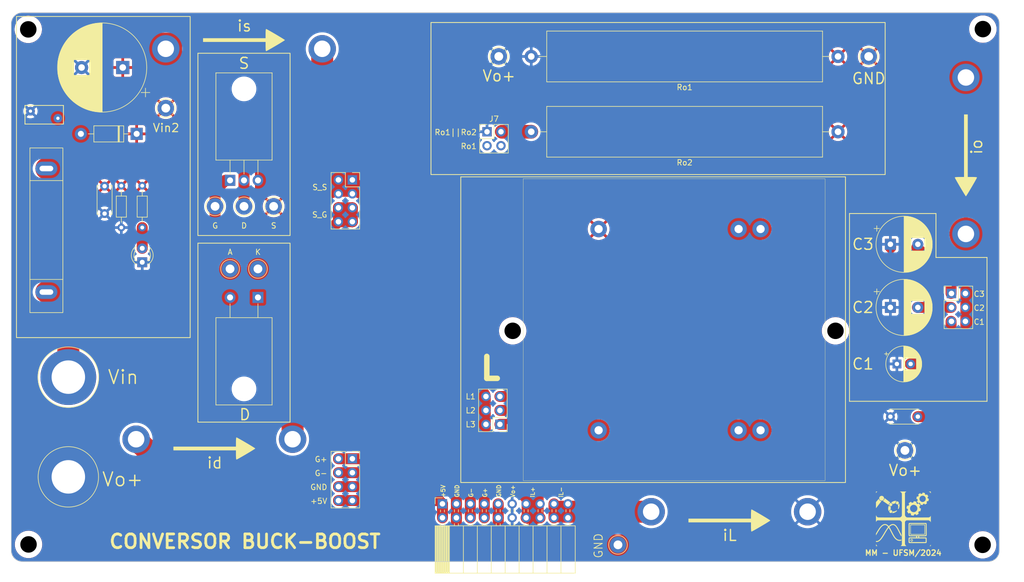
<source format=kicad_pcb>
(kicad_pcb (version 20221018) (generator pcbnew)
  (layers (0 "F.Cu" signal) (31 "B.Cu" signal) (34 "B.Paste" user) (35 "F.Paste" user) (36 "B.SilkS" user "B.Silkscreen") (37 "F.SilkS" user "F.Silkscreen") (38 "B.Mask" user) (39 "F.Mask" user) (44 "Edge.Cuts" user))
  (net 0 "")
  (net 1 "/Vin2")
  (net 2 "GND")
  (net 3 "Net-(J6-Pin_4)")
  (net 4 "Net-(J6-Pin_5)")
  (net 5 "IL-")
  (net 6 "Net-(D1-A)")
  (net 7 "Net-(D2-A)")
  (net 8 "/Vin")
  (net 9 "15V_F")
  (net 10 "G+")
  (net 11 "IL+")
  (net 12 "Net-(J6-Pin_6)")
  (net 13 "switch_gate")
  (net 14 "Net-(D3-A)")
  (net 15 "Vo+")
  (net 16 "Net-(Q1-D)")
  (net 17 "G-")
  (net 18 "switch_source")
  (net 19 "Net-(R3-Pad1)")
  (net 20 "Net-(J7-Pin_2)")
  (net 21 "Net-(J3-Pin_1)")
  (net 22 "Net-(J3-Pin_2)")
  (net 23 "Net-(J3-Pin_3)")
  (footprint "LED_THT:LED_D3.0mm" (layer "F.Cu") (at 38.862 60.475 90)
    (fp_text reference "D2" hide)
    (fp_text value "LED")
    (pad "1" thru_hole rect (at 0 0 90) (size 1.8 1.8) (drill 0.9) (layers "*.Cu" "*.Mask") (net 15 "Vo+"))
    (pad "2" thru_hole circle (at 2.54 0 90) (size 1.8 1.8) (drill 0.9) (layers "*.Cu" "*.Mask") (net 7 "Net-(D2-A)"))
  )
  (footprint "Library:Furo" (layer "F.Cu") (at 18.1 20.65)
    (fp_text reference "H1" hide)
    (fp_text value "MountingHole")
    (pad "" np_thru_hole circle (at 0 -2.6) (size 3 3) (drill 3) (layers "*.Mask") (clearance 1))
  )
  (footprint "Connector_PinHeader_2.54mm:PinHeader_2x02_P2.54mm_Vertical" (layer "F.Cu") (at 101.672 36.7)
    (fp_text reference "J7" (at 1.27 -2.33) (layer "F.SilkS"))
    (fp_text value "Conn_02x01")
    (pad "1" thru_hole rect (at 0 0) (size 1.7 1.7) (drill 1) (layers "*.Cu" "*.Mask") (net 15 "Vo+"))
    (pad "2" thru_hole oval (at 2.54 0) (size 1.7 1.7) (drill 1) (layers "*.Cu" "*.Mask") (net 20 "Net-(J7-Pin_2)"))
    (pad "3" thru_hole oval (at 0 2.54) (size 1.7 1.7) (drill 1) (layers "*.Cu" "*.Mask"))
    (pad "4" thru_hole oval (at 2.54 2.54) (size 1.7 1.7) (drill 1) (layers "*.Cu" "*.Mask"))
  )
  (footprint "Package_TO_SOT_THT:TO-220-2_Horizontal_TabDown" (layer "F.Cu") (at 59.94 66.8812 180)
    (fp_text reference "D3" hide)
    (fp_text value "D")
    (pad "" np_thru_hole oval (at 2.54 -16.66 180) (size 3.5 3.5) (drill 3.5) (layers "*.Cu" "*.Mask"))
    (pad "1" thru_hole rect (at 0 0 180) (size 2 2) (drill 1.1) (layers "*.Cu" "*.Mask") (net 18 "switch_source"))
    (pad "2" thru_hole oval (at 5.08 0 180) (size 2 2) (drill 1.1) (layers "*.Cu" "*.Mask") (net 14 "Net-(D3-A)"))
  )
  (footprint "TestPoint:TestPoint_Loop_D2.60mm_Drill1.6mm_Beaded" (layer "F.Cu") (at 52.132 50.292)
    (fp_text reference "TP5" hide)
    (fp_text value "TestPoint")
    (pad "1" thru_hole circle (at 0 0) (size 3 3) (drill 1.6) (layers "*.Cu" "*.Mask") (net 13 "switch_gate"))
  )
  (footprint "Capacitor_THT:CP_Radial_D6.3mm_P2.50mm" (layer "F.Cu") (at 176.335298 79)
    (fp_text reference "C5" hide)
    (fp_text value "33u")
    (pad "1" thru_hole rect (at 0 0) (size 1.6 1.6) (drill 0.8) (layers "*.Cu" "*.Mask") (net 15 "Vo+"))
    (pad "2" thru_hole circle (at 2.5 0) (size 1.6 1.6) (drill 0.8) (layers "*.Cu" "*.Mask") (net 12 "Net-(J6-Pin_6)"))
  )
  (footprint "LOGO" (layer "F.Cu") (at 57.45695 20)
    (fp_text reference "G***" hide)
    (fp_text value "LOGO" hide)
  )
  (footprint "Connector_PinHeader_2.54mm:PinHeader_2x03_P2.54mm_Vertical" (layer "F.Cu") (at 186.275 66.16)
    (fp_text reference "J6" hide)
    (fp_text value "Conn_02x03_Counter_Clockwise")
    (pad "1" thru_hole oval (at 2.54 5.08) (size 1.7 1.7) (drill 1) (layers "*.Cu" "*.Mask") (net 2 "GND"))
    (pad "2" thru_hole oval (at 2.54 2.54) (size 1.7 1.7) (drill 1) (layers "*.Cu" "*.Mask") (net 2 "GND"))
    (pad "3" thru_hole oval (at 2.54 0) (size 1.7 1.7) (drill 1) (layers "*.Cu" "*.Mask") (net 2 "GND"))
    (pad "4" thru_hole rect (at 0 0) (size 1.7 1.7) (drill 1) (layers "*.Cu" "*.Mask") (net 3 "Net-(J6-Pin_4)"))
    (pad "5" thru_hole oval (at 0 2.54) (size 1.7 1.7) (drill 1) (layers "*.Cu" "*.Mask") (net 4 "Net-(J6-Pin_5)"))
    (pad "6" thru_hole oval (at 0 5.08) (size 1.7 1.7) (drill 1) (layers "*.Cu" "*.Mask") (net 12 "Net-(J6-Pin_6)"))
  )
  (footprint "TestPoint:TestPoint_Loop_D2.60mm_Drill1.6mm_Beaded" (layer "F.Cu") (at 62.8 50.292)
    (fp_text reference "TP7" hide)
    (fp_text value "TestPoint")
    (pad "1" thru_hole circle (at 0 0) (size 3 3) (drill 1.6) (layers "*.Cu" "*.Mask") (net 18 "switch_source"))
  )
  (footprint "Capacitor_THT:CP_Radial_D10.0mm_P5.00mm" (layer "F.Cu") (at 175.15 57.2)
    (fp_text reference "C3" hide)
    (fp_text value "330u")
    (pad "1" thru_hole rect (at 0 0) (size 2 2) (drill 1) (layers "*.Cu" "*.Mask") (net 15 "Vo+"))
    (pad "2" thru_hole circle (at 5 0) (size 2 2) (drill 1) (layers "*.Cu" "*.Mask") (net 3 "Net-(J6-Pin_4)"))
  )
  (footprint "TestPoint:TestPoint_Loop_D2.60mm_Drill1.6mm_Beaded" (layer "F.Cu") (at 171.2 22.987)
    (fp_text reference "TP13" hide)
    (fp_text value "TestPoint")
    (pad "1" thru_hole circle (at 0 0) (size 3 3) (drill 1.6) (layers "*.Cu" "*.Mask") (net 19 "Net-(R3-Pad1)"))
  )
  (footprint "TestPoint:TestPoint_Loop_D2.60mm_Drill1.6mm_Beaded" (layer "F.Cu") (at 57.4 50.292)
    (fp_text reference "TP4" hide)
    (fp_text value "TestPoint")
    (pad "1" thru_hole circle (at 0 0) (size 3 3) (drill 1.6) (layers "*.Cu" "*.Mask") (net 16 "Net-(Q1-D)"))
  )
  (footprint "LOGO" (layer "F.Cu") (at 177.517677 107.2)
    (fp_text reference "G***" hide)
    (fp_text value "LOGO" hide)
  )
  (footprint "LOGO" (layer "F.Cu") (at 145.87895 107.518)
    (fp_text reference "G***" hide)
    (fp_text value "LOGO" hide)
  )
  (footprint "Connector:Banana_Jack_1Pin" (layer "F.Cu") (at 25.4 99.568)
    (fp_text reference "J2" hide)
    (fp_text value "Conn_01x01_Pin")
    (pad "1" thru_hole circle (at 0 0) (size 10.16 10.16) (drill 6.1) (layers "*.Cu" "*.Mask") (net 15 "Vo+"))
  )
  (footprint "Resistor_THT:R_Axial_Power_L50.0mm_W9.0mm_P55.88mm" (layer "F.Cu") (at 165.608 36.703 180)
    (fp_text reference "Ro2" (at 27.94 -5.62 180) (layer "F.SilkS"))
    (fp_text value "100")
    (pad "1" thru_hole circle (at 0 0 180) (size 2.4 2.4) (drill 1.2) (layers "*.Cu" "*.Mask") (net 19 "Net-(R3-Pad1)"))
    (pad "2" thru_hole oval (at 55.88 0 180) (size 2.4 2.4) (drill 1.2) (layers "*.Cu" "*.Mask") (net 20 "Net-(J7-Pin_2)"))
  )
  (footprint "TestPoint:TestPoint_Loop_D2.60mm_Drill1.6mm_Beaded" (layer "F.Cu") (at 177.8 94.75)
    (fp_text reference "TP2" hide)
    (fp_text value "TestPoint")
    (pad "1" thru_hole circle (at 0 0) (size 3 3) (drill 1.6) (layers "*.Cu" "*.Mask") (net 15 "Vo+"))
  )
  (footprint "Resistor_THT:R_Axial_DIN0204_L3.6mm_D1.6mm_P7.62mm_Horizontal" (layer "F.Cu") (at 35.052 46.531 -90)
    (fp_text reference "R2" hide)
    (fp_text value "10k")
    (pad "1" thru_hole circle (at 0 0 270) (size 1.4 1.4) (drill 0.7) (layers "*.Cu" "*.Mask") (net 1 "/Vin2"))
    (pad "2" thru_hole oval (at 7.62 0 270) (size 1.4 1.4) (drill 0.7) (layers "*.Cu" "*.Mask") (net 15 "Vo+"))
  )
  (footprint "Connector_PinHeader_2.54mm:PinHeader_2x03_P2.54mm_Vertical" (layer "F.Cu") (at 104.015 90 180)
    (fp_text reference "J3" hide)
    (fp_text value "Conn_02x03_Counter_Clockwise")
    (pad "1" thru_hole rect (at 0 0 180) (size 1.7 1.7) (drill 1) (layers "*.Cu" "*.Mask") (net 21 "Net-(J3-Pin_1)"))
    (pad "2" thru_hole oval (at 0 2.54 180) (size 1.7 1.7) (drill 1) (layers "*.Cu" "*.Mask") (net 22 "Net-(J3-Pin_2)"))
    (pad "3" thru_hole oval (at 0 5.08 180) (size 1.7 1.7) (drill 1) (layers "*.Cu" "*.Mask") (net 23 "Net-(J3-Pin_3)"))
    (pad "4" thru_hole oval (at 2.54 5.08 180) (size 1.7 1.7) (drill 1) (layers "*.Cu" "*.Mask") (net 11 "IL+"))
    (pad "5" thru_hole oval (at 2.54 2.54 180) (size 1.7 1.7) (drill 1) (layers "*.Cu" "*.Mask") (net 11 "IL+"))
    (pad "6" thru_hole oval (at 2.54 0 180) (size 1.7 1.7) (drill 1) (layers "*.Cu" "*.Mask") (net 11 "IL+"))
  )
  (footprint "Diode_THT:D_DO-41_SOD81_P10.16mm_Horizontal" (layer "F.Cu") (at 37.846 37.084 180)
    (fp_text reference "D1" hide)
    (fp_text value "1N4007")
    (pad "1" thru_hole rect (at 0 0 180) (size 2.2 2.2) (drill 1.1) (layers "*.Cu" "*.Mask") (net 1 "/Vin2"))
    (pad "2" thru_hole oval (at 10.16 0 180) (size 2.2 2.2) (drill 1.1) (layers "*.Cu" "*.Mask") (net 6 "Net-(D1-A)"))
  )
  (footprint "Library:Testpoint_current" (layer "F.Cu") (at 145.822 105.918)
    (fp_text reference "TP6" hide)
    (fp_text value "TestPoint_2Pole")
    (pad "1" thru_hole circle (at -14.25 0) (size 5 5) (drill 3) (layers "*.Cu" "*.Mask") (net 5 "IL-"))
    (pad "2" thru_hole circle (at 14.25 0) (size 5 5) (drill 3) (layers "*.Cu" "*.Mask") (net 15 "Vo+"))
  )
  (footprint "TestPoint:TestPoint_Loop_D2.60mm_Drill1.6mm_Beaded" (layer "F.Cu") (at 125.525 111.95)
    (fp_text reference "TP11" hide)
    (fp_text value "TestPoint")
    (pad "1" thru_hole circle (at 0 0) (size 3 3) (drill 1.6) (layers "*.Cu" "*.Mask") (net 2 "GND"))
  )
  (footprint "Library:Testpoint_current" (layer "F.Cu") (at 52 92.71)
    (fp_text reference "TP10" hide)
    (fp_text value "TestPoint_2Pole")
    (pad "1" thru_hole circle (at -14.25 0) (size 5 5) (drill 3) (layers "*.Cu" "*.Mask") (net 2 "GND"))
    (pad "2" thru_hole circle (at 14.25 0) (size 5 5) (drill 3) (layers "*.Cu" "*.Mask") (net 14 "Net-(D3-A)"))
  )
  (footprint "LOGO" (layer "F.Cu") (at 188.9052 41.0632 -90)
    (fp_text reference "G***" hide)
    (fp_text value "LOGO" hide)
  )
  (footprint "Capacitor_THT:C_Disc_D5.0mm_W2.5mm_P5.00mm" (layer "F.Cu") (at 180.15 88.6 180)
    (fp_text reference "C6" hide)
    (fp_text value "100n")
    (pad "1" thru_hole circle (at 0 0 180) (size 1.6 1.6) (drill 0.8) (layers "*.Cu" "*.Mask") (net 2 "GND"))
    (pad "2" thru_hole circle (at 5 0 180) (size 1.6 1.6) (drill 0.8) (layers "*.Cu" "*.Mask") (net 15 "Vo+"))
  )
  (footprint "Connector_PinSocket_2.54mm:PinSocket_2x10_P2.54mm_Horizontal" (layer "F.Cu") (at 93.55 104.484 90)
    (fp_text reference "J5" hide)
    (fp_text value "Conn_02x10_Odd_Even")
    (pad "1" thru_hole rect (at 0 0 90) (size 1.7 1.7) (drill 1) (layers "*.Cu" "*.Mask") (net 9 "15V_F"))
    (pad "2" thru_hole oval (at -2.54 0 90) (size 1.7 1.7) (drill 1) (layers "*.Cu" "*.Mask") (net 9 "15V_F"))
    (pad "3" thru_hole oval (at 0 2.54 90) (size 1.7 1.7) (drill 1) (layers "*.Cu" "*.Mask") (net 2 "GND"))
    (pad "4" thru_hole oval (at -2.54 2.54 90) (size 1.7 1.7) (drill 1) (layers "*.Cu" "*.Mask") (net 2 "GND"))
    (pad "5" thru_hole oval (at 0 5.08 90) (size 1.7 1.7) (drill 1) (layers "*.Cu" "*.Mask") (net 17 "G-"))
    (pad "6" thru_hole oval (at -2.54 5.08 90) (size 1.7 1.7) (drill 1) (layers "*.Cu" "*.Mask") (net 17 "G-"))
    (pad "7" thru_hole oval (at 0 7.62 90) (size 1.7 1.7) (drill 1) (layers "*.Cu" "*.Mask") (net 10 "G+"))
    (pad "8" thru_hole oval (at -2.54 7.62 90) (size 1.7 1.7) (drill 1) (layers "*.Cu" "*.Mask") (net 10 "G+"))
    (pad "9" thru_hole oval (at 0 10.16 90) (size 1.7 1.7) (drill 1) (layers "*.Cu" "*.Mask") (net 2 "GND"))
    (pad "10" thru_hole oval (at -2.54 10.16 90) (size 1.7 1.7) (drill 1) (layers "*.Cu" "*.Mask") (net 2 "GND"))
    (pad "11" thru_hole oval (at 0 12.7 90) (size 1.7 1.7) (drill 1) (layers "*.Cu" "*.Mask") (net 15 "Vo+"))
    (pad "12" thru_hole oval (at -2.54 12.7 90) (size 1.7 1.7) (drill 1) (layers "*.Cu" "*.Mask") (net 15 "Vo+"))
    (pad "13" thru_hole oval (at 0 15.24 90) (size 1.7 1.7) (drill 1) (layers "*.Cu" "*.Mask") (net 11 "IL+"))
    (pad "14" thru_hole oval (at -2.54 15.24 90) (size 1.7 1.7) (drill 1) (layers "*.Cu" "*.Mask") (net 11 "IL+"))
    (pad "15" thru_hole oval (at 0 17.78 90) (size 1.7 1.7) (drill 1) (layers "*.Cu" "*.Mask") (net 11 "IL+"))
    (pad "16" thru_hole oval (at -2.54 17.78 90) (size 1.7 1.7) (drill 1) (layers "*.Cu" "*.Mask") (net 11 "IL+"))
    (pad "17" thru_hole oval (at 0 20.32 90) (size 1.7 1.7) (drill 1) (layers "*.Cu" "*.Mask") (net 5 "IL-"))
    (pad "18" thru_hole oval (at -2.54 20.32 90) (size 1.7 1.7) (drill 1) (layers "*.Cu" "*.Mask") (net 5 "IL-"))
    (pad "19" thru_hole oval (at 0 22.86 90) (size 1.7 1.7) (drill 1) (layers "*.Cu" "*.Mask") (net 5 "IL-"))
    (pad "20" thru_hole oval (at -2.54 22.86 90) (size 1.7 1.7) (drill 1) (layers "*.Cu" "*.Mask") (net 5 "IL-"))
  )
  (footprint "Library:Fuse" (layer "F.Cu") (at 21.4 68.9)
    (fp_text reference "F1" hide)
    (fp_text value "Fuse")
    (pad "1" thru_hole oval (at 0 -3) (size 4 2.5) (drill oval 2.5 1) (layers "*.Cu" "*.Mask") (net 8 "/Vin"))
    (pad "2" thru_hole oval (at 0 -25.5) (size 4 2.5) (drill oval 2.5 1) (layers "*.Cu" "*.Mask") (net 6 "Net-(D1-A)"))
  )
  (footprint "Library:Furo" (layer "F.Cu") (at 18.15 114.475)
    (fp_text reference "H2" hide)
    (fp_text value "MountingHole")
    (pad "" np_thru_hole circle (at 0 -2.6) (size 3 3) (drill 3) (layers "*.Mask") (clearance 1))
  )
  (footprint "Library:Furo" (layer "F.Cu") (at 191.95 114.55)
    (fp_text reference "H4" hide)
    (fp_text value "MountingHole")
    (pad "" np_thru_hole circle (at 0 -2.6) (size 3 3) (drill 3) (layers "*.Mask") (clearance 1))
  )
  (footprint "Library:Testpoint_current" (layer "F.Cu") (at 188.9052 41.0632 90)
    (fp_text reference "TP12" hide)
    (fp_text value "TestPoint_2Pole")
    (pad "1" thru_hole circle (at -14.25 0 90) (size 5 5) (drill 3) (layers "*.Cu" "*.Mask") (net 2 "GND"))
    (pad "2" thru_hole circle (at 14.25 0 90) (size 5 5) (drill 3) (layers "*.Cu" "*.Mask") (net 19 "Net-(R3-Pad1)"))
  )
  (footprint "TestPoint:TestPoint_Loop_D2.60mm_Drill1.6mm_Beaded" (layer "F.Cu") (at 59.94 61.684)
    (fp_text reference "TP8" hide)
    (fp_text value "TestPoint")
    (pad "1" thru_hole circle (at 0 0) (size 3 3) (drill 1.6) (layers "*.Cu" "*.Mask") (net 18 "switch_source"))
  )
  (footprint "Library:Inductor_buckboost" (layer "F.Cu") (at 135.75 72.75 -90)
    (fp_text reference "L" hide)
    (fp_text value "L")
    (pad "1" thru_hole circle (at -18.33 13.75 270) (size 3 3) (drill 1.5) (layers "*.Cu" "*.Mask") (net 18 "switch_source"))
    (pad "2" thru_hole circle (at -18.33 -15.75 270) (size 3 3) (drill 1.5) (layers "*.Cu" "*.Mask") (net 23 "Net-(J3-Pin_3)"))
    (pad "2" thru_hole circle (at -18.33 -11.75 270) (size 3 3) (drill 1.5) (layers "*.Cu" "*.Mask") (net 23 "Net-(J3-Pin_3)"))
    (pad "3" thru_hole circle (at 18.33 -15.75 270) (size 3 3) (drill 1.5) (layers "*.Cu" "*.Mask") (net 22 "Net-(J3-Pin_2)"))
    (pad "3" thru_hole circle (at 18.33 -11.75 270) (size 3 3) (drill 1.5) (layers "*.Cu" "*.Mask") (net 22 "Net-(J3-Pin_2)"))
    (pad "4" thru_hole circle (at 18.33 13.75 270) (size 3 3) (drill 1.5) (layers "*.Cu" "*.Mask") (net 21 "Net-(J3-Pin_1)"))
  )
  (footprint "Varistor:RV_Disc_D7mm_W3.4mm_P5mm" (layer "F.Cu") (at 23.5 34.25 180)
    (fp_text reference "RV1" hide)
    (fp_text value "Varistor")
    (pad "1" thru_hole circle (at 0 0 180) (size 1.6 1.6) (drill 0.6) (layers "*.Cu" "*.Mask") (net 6 "Net-(D1-A)"))
    (pad "2" thru_hole circle (at 5 1.3 180) (size 1.6 1.6) (drill 0.6) (layers "*.Cu" "*.Mask") (net 15 "Vo+"))
  )
  (footprint "Connector:Banana_Jack_1Pin" (layer "F.Cu") (at 25.4 81.4)
    (fp_text reference "J1" hide)
    (fp_text value "Conn_01x01_Pin")
    (pad "1" thru_hole circle (at 0 0) (size 10.16 10.16) (drill 6.1) (layers "*.Cu" "*.Mask") (net 8 "/Vin"))
  )
  (footprint "TestPoint:TestPoint_Loop_D2.60mm_Drill1.6mm_Beaded" (layer "F.Cu") (at 103.812 22.984)
    (fp_text reference "TP14" hide)
    (fp_text value "TestPoint")
    (pad "1" thru_hole circle (at 0 0) (size 3 3) (drill 1.6) (layers "*.Cu" "*.Mask") (net 15 "Vo+"))
  )
  (footprint "Package_TO_SOT_THT:TO-220-3_Horizontal_TabDown" (layer "F.Cu") (at 54.86 45.552)
    (fp_text reference "Q1" hide)
    (fp_text value "IRF540N")
    (pad "" np_thru_hole oval (at 2.54 -16.66) (size 3.5 3.5) (drill 3.5) (layers "*.Cu" "*.Mask"))
    (pad "1" thru_hole rect (at 0 0) (size 1.905 2) (drill 1.1) (layers "*.Cu" "*.Mask") (net 13 "switch_gate"))
    (pad "2" thru_hole oval (at 2.54 0) (size 1.905 2) (drill 1.1) (layers "*.Cu" "*.Mask") (net 16 "Net-(Q1-D)"))
    (pad "3" thru_hole oval (at 5.08 0) (size 1.905 2) (drill 1.1) (layers "*.Cu" "*.Mask") (net 18 "switch_source"))
  )
  (footprint "Capacitor_THT:CP_Radial_D16.0mm_P7.50mm" (layer "F.Cu") (at 35.312755 25 180)
    (fp_text reference "C1" hide)
    (fp_text value "470u")
    (pad "1" thru_hole rect (at 0 0 180) (size 2.4 2.4) (drill 1.2) (layers "*.Cu" "*.Mask") (net 1 "/Vin2"))
    (pad "2" thru_hole circle (at 7.5 0 180) (size 2.4 2.4) (drill 1.2) (layers "*.Cu" "*.Mask") (net 15 "Vo+"))
  )
  (footprint "Library:Testpoint_current" (layer "F.Cu") (at 57.4 21.59)
    (fp_text reference "TP3" hide)
    (fp_text value "TestPoint_2Pole")
    (pad "1" thru_hole circle (at -14.25 0) (size 5 5) (drill 3) (layers "*.Cu" "*.Mask") (net 1 "/Vin2"))
    (pad "2" thru_hole circle (at 14.25 0) (size 5 5) (drill 3) (layers "*.Cu" "*.Mask") (net 16 "Net-(Q1-D)"))
  )
  (footprint "Capacitor_THT:C_Disc_D5.0mm_W2.5mm_P5.00mm" (layer "F.Cu") (at 32.004 46.611 -90)
    (fp_text reference "C2" hide)
    (fp_text value "100n")
    (pad "1" thru_hole circle (at 0 0 270) (size 1.6 1.6) (drill 0.8) (layers "*.Cu" "*.Mask") (net 1 "/Vin2"))
    (pad "2" thru_hole circle (at 5 0 270) (size 1.6 1.6) (drill 0.8) (layers "*.Cu" "*.Mask") (net 15 "Vo+"))
  )
  (footprint "Resistor_THT:R_Axial_Power_L50.0mm_W9.0mm_P55.88mm" (layer "F.Cu") (at 165.608 22.987 180)
    (fp_text reference "Ro1" (at 27.94 -5.62 180) (layer "F.SilkS"))
    (fp_text value "100")
    (pad "1" thru_hole circle (at 0 0 180) (size 2.4 2.4) (drill 1.2) (layers "*.Cu" "*.Mask") (net 19 "Net-(R3-Pad1)"))
    (pad "2" thru_hole oval (at 55.88 0 180) (size 2.4 2.4) (drill 1.2) (layers "*.Cu" "*.Mask") (net 15 "Vo+"))
  )
  (footprint "LOGO" (layer "F.Cu") (at 52.05695 94.4)
    (fp_text reference "G***" hide)
    (fp_text value "LOGO" hide)
  )
  (footprint "Resistor_THT:R_Axial_DIN0204_L3.6mm_D1.6mm_P7.62mm_Horizontal" (layer "F.Cu") (at 38.862 46.531 -90)
    (fp_text reference "R1" hide)
    (fp_text value "1.5k")
    (pad "1" thru_hole circle (at 0 0 270) (size 1.4 1.4) (drill 0.7) (layers "*.Cu" "*.Mask") (net 1 "/Vin2"))
    (pad "2" thru_hole oval (at 7.62 0 270) (size 1.4 1.4) (drill 0.7) (layers "*.Cu" "*.Mask") (net 7 "Net-(D2-A)"))
  )
  (footprint "TestPoint:TestPoint_Loop_D2.60mm_Drill1.6mm_Beaded" (layer "F.Cu") (at 43.15 32.4)
    (fp_text reference "Vin2" (at 0.05 3.6) (layer "F.SilkS") (effects (font (size 1.5 1.5) (thickness 0.2))))
    (fp_text value "TestPoint")
    (pad "1" thru_hole circle (at 0 0) (size 3 3) (drill 1.6) (layers "*.Cu" "*.Mask") (net 1 "/Vin2"))
  )
  (footprint "Library:Furo" (layer "F.Cu") (at 165.15 75.565)
    (fp_text reference "H6" hide)
    (fp_text value "MountingHole")
    (pad "" np_thru_hole circle (at 0 -2.6) (size 3 3) (drill 3) (layers "*.Mask") (clearance 1))
  )
  (footprint "Library:Furo" (layer "F.Cu") (at 106.35 75.565)
    (fp_text reference "H5" hide)
    (fp_text value "MountingHole")
    (pad "" np_thru_hole circle (at 0 -2.6) (size 3 3) (drill 3) (layers "*.Mask") (clearance 1))
  )
  (footprint "Library:GateDriver" (layer "F.Cu") (at 77.14 96.266)
    (fp_text reference "J4" hide)
    (fp_text value "Conn_gatedriver")
    (pad "1" thru_hole oval (at -2.54 -50.8) (size 1.7 1.7) (drill 1) (layers "*.Cu" "*.Mask") (net 18 "switch_source"))
    (pad "1" thru_hole rect (at 0 -50.8) (size 1.7 1.7) (drill 1) (layers "*.Cu" "*.Mask") (net 18 "switch_source"))
    (pad "2" thru_hole oval (at -2.54 -48.26) (size 1.7 1.7) (drill 1) (layers "*.Cu" "*.Mask") (net 18 "switch_source"))
    (pad "2" thru_hole oval (at 0 -48.26) (size 1.7 1.7) (drill 1) (layers "*.Cu" "*.Mask") (net 18 "switch_source"))
    (pad "3" thru_hole oval (at -2.54 -45.72) (size 1.7 1.7) (drill 1) (layers "*.Cu" "*.Mask") (net 13 "switch_gate"))
    (pad "3" thru_hole oval (at 0 -45.72) (size 1.7 1.7) (drill 1) (layers "*.Cu" "*.Mask") (net 13 "switch_gate"))
    (pad "4" thru_hole oval (at -2.54 -43.18) (size 1.7 1.7) (drill 1) (layers "*.Cu" "*.Mask") (net 13 "switch_gate"))
    (pad "4" thru_hole oval (at 0 -43.18) (size 1.7 1.7) (drill 1) (layers "*.Cu" "*.Mask") (net 13 "switch_gate"))
    (pad "5" thru_hole oval (at -2.54 0) (size 1.7 1.7) (drill 1) (layers "*.Cu" "*.Mask") (net 10 "G+"))
    (pad "5" thru_hole rect (at 0 0) (size 1.7 1.7) (drill 1) (layers "*.Cu" "*.Mask") (net 10 "G+"))
    (pad "6" thru_hole oval (at -2.54 2.54) (size 1.7 1.7) (drill 1) (layers "*.Cu" "*.Mask") (net 17 "G-"))
    (pad "6" thru_hole oval (at 0 2.54) (size 1.7 1.7) (drill 1) (layers "*.Cu" "*.Mask") (net 17 "G-"))
    (pad "7" thru_hole oval (at -2.54 5.08) (size 1.7 1.7) (drill 1) (layers "*.Cu" "*.Mask") (net 2 "GND"))
    (pad "7" thru_hole oval (at 0 5.08) (size 1.7 1.7) (drill 1) (layers "*.Cu" "*.Mask") (net 2 "GND"))
    (pad "8" thru_hole oval (at -2.54 7.62) (size 1.7 1.7) (drill 1) (layers "*.Cu" "*.Mask") (net 9 "15V_F"))
    (pad "8" thru_hole oval (at 0 7.62) (size 1.7 1.7) (drill 1) (layers "*.Cu" "*.Mask") (net 9 "15V_F"))
  )
  (footprint "TestPoint:TestPoint_Loop_D2.60mm_Drill1.6mm_Beaded" (layer "F.Cu") (at 54.86 61.684)
    (fp_text reference "TP9" hide)
    (fp_text value "TestPoint")
    (pad "1" thru_hole circle (at 0 0) (size 3 3) (drill 1.6) (layers "*.Cu" "*.Mask") (net 14 "Net-(D3-A)"))
  )
  (footprint "Capacitor_THT:CP_Radial_D10.0mm_P5.00mm" (layer "F.Cu") (at 175.15 68.7)
    (fp_text reference "C4" hide)
    (fp_text value "100u")
    (pad "1" thru_hole rect (at 0 0) (size 2 2) (drill 1) (layers "*.Cu" "*.Mask") (net 15 "Vo+"))
    (pad "2" thru_hole circle (at 5 0) (size 2 2) (drill 1) (layers "*.Cu" "*.Mask") (net 4 "Net-(J6-Pin_5)"))
  )
  (footprint "Library:Furo" (layer "F.Cu") (at 192 20.6)
    (fp_text reference "H3" hide)
    (fp_text value "MountingHole")
    (pad "" np_thru_hole circle (at 0 -2.6) (size 3 3) (drill 3) (layers "*.Mask") (clearance 1))
  )
  (gr_rect (start 91.46 16.8) (end 174.2 44.5) (stroke (width 0.15)) (fill none) (layer "F.SilkS"))
  (gr_rect (start 49 22.4) (end 65.8 55.6) (stroke (width 0.15)) (fill none) (layer "F.SilkS"))
  (gr_line (start 183.45 59.6) (end 192.75 59.6) (stroke (width 0.15)) (layer "F.SilkS"))
  (gr_line (start 192.75 85.8) (end 167.7 85.8) (stroke (width 0.15)) (layer "F.SilkS"))
  (gr_rect (start 49 57) (end 65.8 89.6) (stroke (width 0.15)) (fill none) (layer "F.SilkS"))
  (gr_line (start 167.7 51.6) (end 167.7 85.8) (stroke (width 0.15)) (layer "F.SilkS"))
  (gr_line (start 167.7 51.6) (end 183.45 51.6) (stroke (width 0.15)) (layer "F.SilkS"))
  (gr_rect (start 15.95 15.7) (end 47.6 74.2) (stroke (width 0.15)) (fill none) (layer "F.SilkS"))
  (gr_rect (start 96.888578 44.913577) (end 166.964834 100.6) (stroke (width 0.15)) (fill none) (layer "F.SilkS"))
  (gr_line (start 183.45 51.6) (end 183.45 59.6) (stroke (width 0.15)) (layer "F.SilkS"))
  (gr_line (start 192.75 85.8) (end 192.75 59.6) (stroke (width 0.15)) (layer "F.SilkS"))
  (gr_arc (start 15 17) (mid 15.585786 15.585786) (end 17 15) (stroke (width 0.1)) (layer "Edge.Cuts"))
  (gr_arc (start 17 115) (mid 15.585786 114.414214) (end 15 113) (stroke (width 0.1)) (layer "Edge.Cuts"))
  (gr_arc (start 193 15) (mid 194.414214 15.585786) (end 195 17) (stroke (width 0.1)) (layer "Edge.Cuts"))
  (gr_line (start 193 15) (end 17 15) (stroke (width 0.1)) (layer "Edge.Cuts"))
  (gr_line (start 195 113) (end 195 17) (stroke (width 0.1)) (layer "Edge.Cuts"))
  (gr_arc (start 195 113) (mid 194.414214 114.414214) (end 193 115) (stroke (width 0.1)) (layer "Edge.Cuts"))
  (gr_line (start 17 115) (end 193 115) (stroke (width 0.1)) (layer "Edge.Cuts"))
  (gr_line (start 15 17) (end 15 113) (stroke (width 0.1)) (layer "Edge.Cuts"))
  (gr_text "GND" (at 96.6525 103.4 90) (layer "F.SilkS") (effects (font (size 0.75 0.75)) (justify left bottom)))
  (gr_text "L3" (at 97.7 90.6) (layer "F.SilkS") (effects (font (size 1 1)) (justify left bottom)))
  (gr_text "C2" (at 170.15 68.7) (layer "F.SilkS") (effects (font (size 2 2) (thickness 0.25))))
  (gr_text "L" (at 102.3 79.825) (layer "F.SilkS") (effects (font (size 4 4) (thickness 1) bold)))
  (gr_text "L2" (at 97.7 88.06) (layer "F.SilkS") (effects (font (size 1 1)) (justify left bottom)))
  (gr_text "S_G" (at 69.735714 52.4) (layer "F.SilkS") (effects (font (size 1 1)) (justify left bottom)))
  (gr_text "is" (at 56.001786 18.6) (layer "F.SilkS") (effects (font (size 2 2) (thickness 0.25)) (justify left bottom)))
  (gr_text "C2" (at 190.25 69.3875) (layer "F.SilkS") (effects (font (size 1 1)) (justify left bottom)))
  (gr_text "CONVERSOR BUCK-BOOST" (at 32.6 112.8) (layer "F.SilkS") (effects (font (size 2.5 2.5) (thickness 0.5) bold) (justify left bottom)))
  (gr_text "io" (at 192.04 41 90) (layer "F.SilkS") (effects (font (size 2 2) (thickness 0.25)) (justify left bottom)))
  (gr_text "C3" (at 170.15 57.2) (layer "F.SilkS") (effects (font (size 2 2) (thickness 0.25))))
  (gr_text "G-" (at 70.211905 99.4935) (layer "F.SilkS") (effects (font (size 1 1)) (justify left bottom)))
  (gr_text "D" (at 56.8125 54.4) (layer "F.SilkS") (effects (font (size 1 1)) (justify left bottom)))
  (gr_text "C1" (at 170.15 79) (layer "F.SilkS") (effects (font (size 2 2) (thickness 0.25))))
  (gr_text "GND" (at 104.2725 103.4 90) (layer "F.SilkS") (effects (font (size 0.75 0.75)) (justify left bottom)))
  (gr_text "S" (at 62.23631 54.4) (layer "F.SilkS") (effects (font (size 1 1)) (justify left bottom)))
  (gr_text "C3" (at 190.25 66.8475) (layer "F.SilkS") (effects (font (size 1 1)) (justify left bottom)))
  (gr_text "MM - UFSM/2024" (at 170.415296 114) (layer "F.SilkS") (effects (font (size 1 1) (thickness 0.2) bold) (justify left bottom)))
  (gr_text "iL" (at 144.423786 111.4) (layer "F.SilkS") (effects (font (size 2 2) (thickness 0.25)) (justify left bottom)))
  (gr_text "Vo+" (at 35.3 100.025) (layer "F.SilkS") (effects (font (size 2.5 2.5) (thickness 0.25))))
  (gr_text "K" (at 59.3525 59.2) (layer "F.SilkS") (effects (font (size 1 1)) (justify left bottom)))
  (gr_text "GND" (at 69.402381 102.0335) (layer "F.SilkS") (effects (font (size 1 1)) (justify left bottom)))
  (gr_text "GND" (at 122.85 114.5 90) (layer "F.SilkS") (effects (font (size 1.5 1.5)) (justify left bottom)))
  (gr_text "GND" (at 168 28.175) (layer "F.SilkS") (effects (font (size 2 2) (thickness 0.25)) (justify left bottom)))
  (gr_text "Vin" (at 35.388095 81.4) (layer "F.SilkS") (effects (font (size 2.5 2.5) (thickness 0.25))))
  (gr_text "Ro1" (at 96.812 39.9275) (layer "F.SilkS") (effects (font (size 1 1)) (justify left bottom)))
  (gr_text "G" (at 51.5445 54.4) (layer "F.SilkS") (effects (font (size 1 1)) (justify left bottom)))
  (gr_text "D" (at 56.4 89.4) (layer "F.SilkS") (effects (font (size 2 2) (thickness 0.25)) (justify left bottom)))
  (gr_text "iL-" (at 115.6 103.4 90) (layer "F.SilkS") (effects (font (size 0.75 0.75)) (justify left bottom)))
  (gr_text "id" (at 50.506548 98.2) (layer "F.SilkS") (effects (font (size 2 2) (thickness 0.25)) (justify left bottom)))
  (gr_text "L1" (at 97.7 85.52) (layer "F.SilkS") (effects (font (size 1 1)) (justify left bottom)))
  (gr_text "Vo+" (at 174.6875 99.55) (layer "F.SilkS") (effects (font (size 2 2) (thickness 0.25)) (justify left bottom)))
  (gr_text "C1" (at 190.25 71.9275) (layer "F.SilkS") (effects (font (size 1 1)) (justify left bottom)))
  (gr_text "G-" (at 99.1925 103.4 90) (layer "F.SilkS") (effects (font (size 0.75 0.75)) (justify left bottom)))
  (gr_text "G+" (at 101.7325 103.4 90) (layer "F.SilkS") (effects (font (size 0.75 0.75)) (justify left bottom)))
  (gr_text "+5V" (at 94.1125 103.4 90) (layer "F.SilkS") (effects (font (size 0.75 0.75) (thickness 0.15) bold) (justify left bottom)))
  (gr_text "S_S" (at 69.783333 47.4) (layer "F.SilkS") (effects (font (size 1 1)) (justify left bottom)))
  (gr_text "iL+" (at 110.4 103.4 90) (layer "F.SilkS") (effects (font (size 0.7 0.75)) (justify left bottom)))
  (gr_text "+5V" (at 69.402381 104.5735) (layer "F.SilkS") (effects (font (size 1 1)) (justify left bottom)))
  (gr_text "Vo+" (at 100.6995 27.697) (layer "F.SilkS") (effects (font (size 2 2) (thickness 0.25)) (justify left bottom)))
  (gr_text "A" (at 54.343929 59.2) (layer "F.SilkS") (effects (font (size 1 1)) (justify left bottom)))
  (gr_text "Vo+" (at 106.8125 103.4 90) (layer "F.SilkS") (effects (font (size 0.75 0.75)) (justify left bottom)))
  (gr_text "S" (at 56.2875 25.4) (layer "F.SilkS") (effects (font (size 2 2) (thickness 0.25)) (justify left bottom)))
  (gr_text "Ro1||Ro2" (at 92.050095 37.3875) (layer "F.SilkS") (effects (font (size 1 1)) (justify left bottom)))
  (gr_text "G+" (at 70.211905 96.9535) (layer "F.SilkS") (effects (font (size 1 1)) (justify left bottom)))
  (segment (start 96.09 103.01127) (end 94.42473 101.346) (width 2) (layer "F.Cu") (net 2))
  (segment (start 96.09 107.024) (end 96.09 111.865) (width 2) (layer "F.Cu") (net 2))
  (segment (start 103.71 108.226081) (end 107.533919 112.05) (width 2) (layer "F.Cu") (net 2))
  (segment (start 107.533919 112.05) (end 96.275 112.05) (width 4) (layer "F.Cu") (net 2))
  (segment (start 103.71 104.484) (end 103.71 107.024) (width 2) (layer "F.Cu") (net 2))
  (segment (start 94.42473 101.346) (end 74.6 101.346) (width 2) (layer "F.Cu") (net 2))
  (segment (start 190.9 97.775) (end 190.9 57.308) (width 6) (layer "F.Cu") (net 2))
  (segment (start 96.09 107.024) (end 96.09 104.484) (width 2) (layer "F.Cu") (net 2))
  (segment (start 57.09 112.05) (end 37.75 92.71) (width 4) (layer "F.Cu") (net 2))
  (segment (start 181.356 107.319) (end 190.9 97.775) (width 6) (layer "F.Cu") (net 2))
  (segment (start 103.71 107.024) (end 103.71 108.226081) (width 2) (layer "F.Cu") (net 2))
  (segment (start 176.625 112.05) (end 181.356 107.319) (width 4) (layer "F.Cu") (net 2))
  (segment (start 96.275 112.05) (end 57.09 112.05) (width 4) (layer "F.Cu") (net 2))
  (segment (start 107.533919 112.05) (end 176.625 112.05) (width 4) (layer "F.Cu") (net 2))
  (segment (start 96.09 111.865) (end 96.275 112.05) (width 2) (layer "F.Cu") (net 2))
  (segment (start 190.9 57.308) (end 188.9052 55.3132) (width 6) (layer "F.Cu") (net 2))
  (segment (start 192.35 88.6) (end 180.15 88.6) (width 2) (layer "F.Cu") (net 2))
  (segment (start 96.09 104.484) (end 96.09 103.01127) (width 2) (layer "F.Cu") (net 2))
  (segment (start 186.2 66.1525) (end 186.2 64.0175) (width 2) (layer "F.Cu") (net 3))
  (segment (start 186.2 64.0175) (end 179.975 57.7925) (width 2) (layer "F.Cu") (net 3))
  (segment (start 186.2 68.6925) (end 180.075 68.6925) (width 2) (layer "F.Cu") (net 4))
  (segment (start 131.572 105.918) (end 115.062 105.918) (width 4) (layer "F.Cu") (net 5))
  (segment (start 113.87 104.484) (end 113.87 107.024) (width 2) (layer "F.Cu") (net 5))
  (segment (start 21.4 43.4) (end 25.4 43.4) (width 4) (layer "F.Cu") (net 6))
  (segment (start 25.4 43.4) (end 27.686 41.114) (width 4) (layer "F.Cu") (net 6))
  (segment (start 26.334 37.084) (end 23.5 34.25) (width 4) (layer "F.Cu") (net 6))
  (segment (start 27.686 37.084) (end 26.334 37.084) (width 4) (layer "F.Cu") (net 6))
  (segment (start 27.686 41.114) (end 27.686 37.084) (width 4) (layer "F.Cu") (net 6))
  (segment (start 38.862 54.151) (end 38.862 57.935) (width 2) (layer "F.Cu") (net 7))
  (segment (start 23.3 65.9) (end 21.4 65.9) (width 4) (layer "F.Cu") (net 8))
  (segment (start 25.4 81.4) (end 25.4 68) (width 4) (layer "F.Cu") (net 8))
  (segment (start 25.4 68) (end 23.3 65.9) (width 4) (layer "F.Cu") (net 8))
  (segment (start 93.55 107.024) (end 93.55 104.484) (width 2) (layer "F.Cu") (net 9))
  (segment (start 93.55 104.484) (end 92.952 103.886) (width 2) (layer "F.Cu") (net 9))
  (segment (start 92.952 103.886) (end 74.6 103.886) (width 2) (layer "F.Cu") (net 9))
  (segment (start 101.17 107.024) (end 101.17 100.27) (width 2) (layer "F.Cu") (net 10))
  (segment (start 97.166 96.266) (end 74.6 96.266) (width 2) (layer "F.Cu") (net 10))
  (segment (start 101.17 100.27) (end 97.166 96.266) (width 2) (layer "F.Cu") (net 10))
  (segment (start 108.79 107.024) (end 111.33 107.024) (width 2) (layer "F.Cu") (net 11))
  (segment (start 109.982 103.182) (end 109.982 106.426) (width 4) (layer "F.Cu") (net 11))
  (segment (start 100.35 93.55) (end 109.982 103.182) (width 4) (layer "F.Cu") (net 11))
  (segment (start 100.35 85) (end 100.35 93.55) (width 4) (layer "F.Cu") (net 11))
  (segment (start 186.2 71.2325) (end 186.2 72.8675) (width 2) (layer "F.Cu") (net 12))
  (segment (start 186.2 72.8675) (end 180.075 78.9925) (width 2) (layer "F.Cu") (net 12))
  (segment (start 180.075 78.9925) (end 178.760298 78.9925) (width 2) (layer "F.Cu") (net 12))
  (segment (start 54.016 45.552) (end 52.132 47.436) (width 2) (layer "F.Cu") (net 13))
  (segment (start 52.132 47.436) (end 52.132 50.292) (width 2) (layer "F.Cu") (net 13))
  (segment (start 52.132 50.292) (end 52.2 50.36) (width 2) (layer "F.Cu") (net 13))
  (segment (start 52.132 53.978) (end 53.78 55.626) (width 2) (layer "F.Cu") (net 13))
  (segment (start 74.6 50.546) (end 77.14 50.546) (width 2) (layer "F.Cu") (net 13))
  (segment (start 74.6 50.546) (end 77.14 53.086) (width 2) (layer "F.Cu") (net 13))
  (segment (start 54.356 45.552) (end 54.016 45.552) (width 2) (layer "F.Cu") (net 13))
  (segment (start 53.78 55.626) (end 72.06 55.626) (width 2) (layer "F.Cu") (net 13))
  (segment (start 52.132 50.36) (end 52.132 53.978) (width 2) (layer "F.Cu") (net 13))
  (segment (start 72.06 55.626) (end 74.6 53.086) (width 2) (layer "F.Cu") (net 13))
  (segment (start 74.6 50.546) (end 74.6 53.086) (width 2) (layer "F.Cu") (net 13))
  (segment (start 77.14 50.546) (end 77.14 53.086) (width 2) (layer "F.Cu") (net 13))
  (segment (start 77.14 53.086) (end 74.6 53.086) (width 2) (layer "F.Cu") (net 13))
  (segment (start 66.25 81.49) (end 66.25 92.71) (width 4) (layer "F.Cu") (net 14))
  (segment (start 54.86 61.684) (end 54.86 70.1) (width 4) (layer "F.Cu") (net 14))
  (segment (start 54.86 70.1) (end 66.25 81.49) (width 4) (layer "F.Cu") (net 14))
  (segment (start 175.2 57.8) (end 175.2 57.5) (width 2) (layer "F.Cu") (net 15))
  (segment (start 57.4 39.374) (end 71.65 25.124) (width 4) (layer "F.Cu") (net 16))
  (segment (start 71.65 25.124) (end 71.65 21.59) (width 4) (layer "F.Cu") (net 16))
  (segment (start 57.4 40.8) (end 57.4 39.374) (width 4) (layer "F.Cu") (net 16))
  (segment (start 57.4 41.906) (end 57.4 50.292) (width 2) (layer "F.Cu") (net 16))
  (segment (start 98.63 107.024) (end 98.63 101.99527) (width 2) (layer "F.Cu") (net 17))
  (segment (start 95.44073 98.806) (end 74.6 98.806) (width 2) (layer "F.Cu") (net 17))
  (segment (start 98.63 101.99527) (end 95.44073 98.806) (width 2) (layer "F.Cu") (net 17))
  (segment (start 59.94 61.684) (end 59.94 66.8812) (width 4) (layer "F.Cu") (net 18))
  (segment (start 109.728 36.703) (end 109.725 36.7) (width 2.5) (layer "F.Cu") (net 20))
  (segment (start 109.725 36.7) (end 104.361 36.7) (width 2.5) (layer "F.Cu") (net 20))
  (segment (start 104.015 90) (end 108.275 90) (width 2) (layer "F.Cu") (net 21))
  (segment (start 122 91.08) (end 109.355 91.08) (width 4) (layer "F.Cu") (net 21))
  (segment (start 109.355 91.08) (end 109.35 91.075) (width 4) (layer "F.Cu") (net 21))
  (segment (start 108.275 90) (end 109.35 91.075) (width 2) (layer "F.Cu") (net 21))
  (segment (start 151.47 91.11) (end 142.01 91.11) (width 4) (layer "F.Cu") (net 22))
  (segment (start 109.565 87.46) (end 111.875 85.15) (width 2) (layer "F.Cu") (net 22))
  (segment (start 151.5 91.08) (end 151.47 91.11) (width 4) (layer "F.Cu") (net 22))
  (segment (start 104.015 87.46) (end 109.565 87.46) (width 2) (layer "F.Cu") (net 22))
  (segment (start 136.05 85.15) (end 111.875 85.15) (width 4) (layer "F.Cu") (net 22))
  (segment (start 142.01 91.11) (end 136.05 85.15) (width 4) (layer "F.Cu") (net 22))
  (segment (start 144.43 54.42) (end 151.5 54.42) (width 4) (layer "F.Cu") (net 23))
  (segment (start 104.015 84.92) (end 105.73 84.92) (width 2) (layer "F.Cu") (net 23))
  (segment (start 110.7 79.95) (end 118.9 79.95) (width 4) (layer "F.Cu") (net 23))
  (segment (start 105.73 84.92) (end 110.7 79.95) (width 2) (layer "F.Cu") (net 23))
  (segment (start 118.9 79.95) (end 144.43 54.42) (width 4) (layer "F.Cu") (net 23))
  (zone (net 18) (net_name "switch_source") (layer "F.Cu") (priority 2) (connect_pads (clearance 1)) (min_thickness 0.25) (fill yes (thermal_gap 0.5) (thermal_bridge_width 0.5))
    (polygon (pts (xy 58.166 43.942) (xy 58.166 63.992) (xy 129.444 63.992) (xy 129.444 43.942)))
  )
  (zone (net 19) (net_name "Net-(R3-Pad1)") (layer "F.Cu") (priority 4) (connect_pads (clearance 0.7)) (min_thickness 0.25) (fill yes (thermal_gap 0.5) (thermal_bridge_width 0.5))
    (polygon (pts (xy 160.9471 42.545) (xy 192.4481 42.545) (xy 192.4481 18.24) (xy 160.9471 18.24)))
  )
  (zone (net 1) (net_name "/Vin2") (layer "F.Cu") (priority 3) (connect_pads (clearance 0.8)) (min_thickness 0.25) (fill yes (thermal_gap 0.5) (thermal_bridge_width 0.5))
    (polygon (pts (xy 30.48 18.65) (xy 30.48 48.604) (xy 46.12 48.604) (xy 46.12 18.65)))
  )
  (zone (net 0) (net_name "") (layer "F.Cu") (connect_pads (clearance 0.8)) (min_thickness 0.25) (fill yes (thermal_gap 0.5) (thermal_bridge_width 0.5) (island_removal_mode 1) (island_area_min 10))
    (polygon (pts (xy 14 12.7) (xy 14 116.9) (xy 199.3 116.9) (xy 199.3 12.7)))
  )
  (zone (net 15) (net_name "Vo+") (layer "B.Cu") (priority 1) (connect_pads (clearance 0.5)) (min_thickness 0.3) (fill yes (thermal_gap 0.5) (thermal_bridge_width 0.5) (island_removal_mode 1) (island_area_min 10))
    (polygon (pts (xy 13.94 13.04) (xy 13.94 116.354) (xy 197.587 116.354) (xy 197.587 13.04)))
  )
)
</source>
